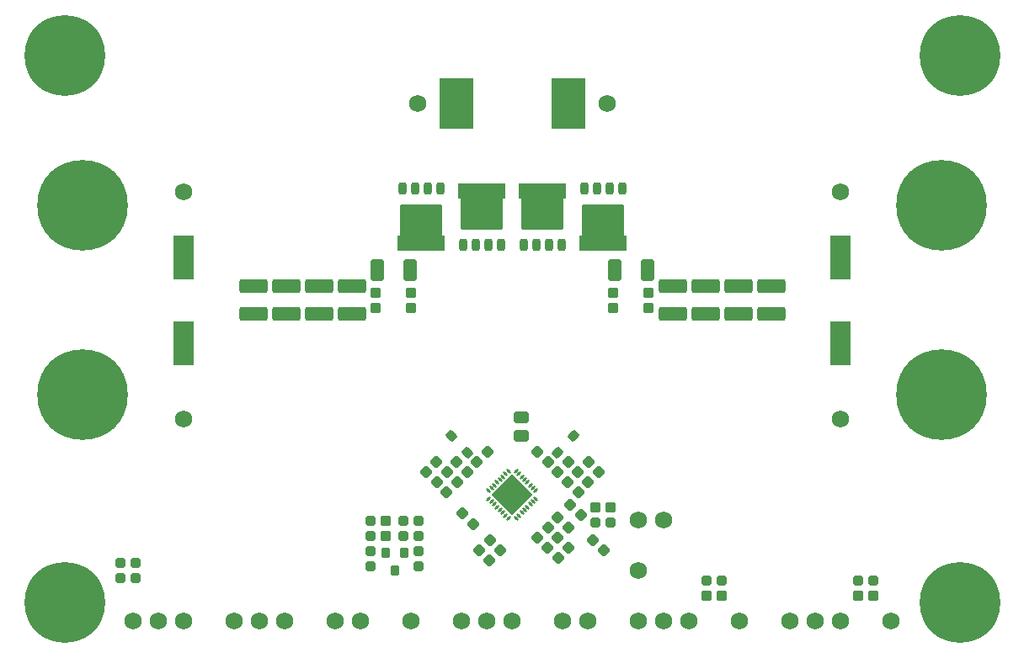
<source format=gts>
G04*
G04 #@! TF.GenerationSoftware,Altium Limited,Altium Designer,23.3.1 (30)*
G04*
G04 Layer_Color=8388736*
%FSLAX44Y44*%
%MOMM*%
G71*
G04*
G04 #@! TF.SameCoordinates,5E62E50F-23D3-44DB-91C1-88114AFB7521*
G04*
G04*
G04 #@! TF.FilePolarity,Negative*
G04*
G01*
G75*
G04:AMPARAMS|DCode=43|XSize=0.8016mm|YSize=1.2516mm|CornerRadius=0.2258mm|HoleSize=0mm|Usage=FLASHONLY|Rotation=180.000|XOffset=0mm|YOffset=0mm|HoleType=Round|Shape=RoundedRectangle|*
%AMROUNDEDRECTD43*
21,1,0.8016,0.8000,0,0,180.0*
21,1,0.3500,1.2516,0,0,180.0*
1,1,0.4516,-0.1750,0.4000*
1,1,0.4516,0.1750,0.4000*
1,1,0.4516,0.1750,-0.4000*
1,1,0.4516,-0.1750,-0.4000*
%
%ADD43ROUNDEDRECTD43*%
G04:AMPARAMS|DCode=44|XSize=4.8016mm|YSize=1.6016mm|CornerRadius=0.2008mm|HoleSize=0mm|Usage=FLASHONLY|Rotation=180.000|XOffset=0mm|YOffset=0mm|HoleType=Round|Shape=RoundedRectangle|*
%AMROUNDEDRECTD44*
21,1,4.8016,1.2000,0,0,180.0*
21,1,4.4000,1.6016,0,0,180.0*
1,1,0.4016,-2.2000,0.6000*
1,1,0.4016,2.2000,0.6000*
1,1,0.4016,2.2000,-0.6000*
1,1,0.4016,-2.2000,-0.6000*
%
%ADD44ROUNDEDRECTD44*%
G04:AMPARAMS|DCode=45|XSize=4.3016mm|YSize=3.4016mm|CornerRadius=0.2488mm|HoleSize=0mm|Usage=FLASHONLY|Rotation=180.000|XOffset=0mm|YOffset=0mm|HoleType=Round|Shape=RoundedRectangle|*
%AMROUNDEDRECTD45*
21,1,4.3016,2.9040,0,0,180.0*
21,1,3.8040,3.4016,0,0,180.0*
1,1,0.4976,-1.9020,1.4520*
1,1,0.4976,1.9020,1.4520*
1,1,0.4976,1.9020,-1.4520*
1,1,0.4976,-1.9020,-1.4520*
%
%ADD45ROUNDEDRECTD45*%
G04:AMPARAMS|DCode=46|XSize=0.9906mm|YSize=0.9906mm|CornerRadius=0.1619mm|HoleSize=0mm|Usage=FLASHONLY|Rotation=180.000|XOffset=0mm|YOffset=0mm|HoleType=Round|Shape=RoundedRectangle|*
%AMROUNDEDRECTD46*
21,1,0.9906,0.6668,0,0,180.0*
21,1,0.6668,0.9906,0,0,180.0*
1,1,0.3239,-0.3334,0.3334*
1,1,0.3239,0.3334,0.3334*
1,1,0.3239,0.3334,-0.3334*
1,1,0.3239,-0.3334,-0.3334*
%
%ADD46ROUNDEDRECTD46*%
%ADD47R,2.0016X4.5016*%
G04:AMPARAMS|DCode=48|XSize=0.9906mm|YSize=0.9906mm|CornerRadius=0.1397mm|HoleSize=0mm|Usage=FLASHONLY|Rotation=0.000|XOffset=0mm|YOffset=0mm|HoleType=Round|Shape=RoundedRectangle|*
%AMROUNDEDRECTD48*
21,1,0.9906,0.7112,0,0,0.0*
21,1,0.7112,0.9906,0,0,0.0*
1,1,0.2794,0.3556,-0.3556*
1,1,0.2794,-0.3556,-0.3556*
1,1,0.2794,-0.3556,0.3556*
1,1,0.2794,0.3556,0.3556*
%
%ADD48ROUNDEDRECTD48*%
G04:AMPARAMS|DCode=49|XSize=0.9906mm|YSize=0.9906mm|CornerRadius=0.1619mm|HoleSize=0mm|Usage=FLASHONLY|Rotation=270.000|XOffset=0mm|YOffset=0mm|HoleType=Round|Shape=RoundedRectangle|*
%AMROUNDEDRECTD49*
21,1,0.9906,0.6668,0,0,270.0*
21,1,0.6668,0.9906,0,0,270.0*
1,1,0.3239,-0.3334,-0.3334*
1,1,0.3239,-0.3334,0.3334*
1,1,0.3239,0.3334,0.3334*
1,1,0.3239,0.3334,-0.3334*
%
%ADD49ROUNDEDRECTD49*%
G04:AMPARAMS|DCode=50|XSize=0.9036mm|YSize=1.0736mm|CornerRadius=0.2513mm|HoleSize=0mm|Usage=FLASHONLY|Rotation=0.000|XOffset=0mm|YOffset=0mm|HoleType=Round|Shape=RoundedRectangle|*
%AMROUNDEDRECTD50*
21,1,0.9036,0.5710,0,0,0.0*
21,1,0.4010,1.0736,0,0,0.0*
1,1,0.5026,0.2005,-0.2855*
1,1,0.5026,-0.2005,-0.2855*
1,1,0.5026,-0.2005,0.2855*
1,1,0.5026,0.2005,0.2855*
%
%ADD50ROUNDEDRECTD50*%
G04:AMPARAMS|DCode=51|XSize=1.1811mm|YSize=1.4986mm|CornerRadius=0.1588mm|HoleSize=0mm|Usage=FLASHONLY|Rotation=90.000|XOffset=0mm|YOffset=0mm|HoleType=Round|Shape=RoundedRectangle|*
%AMROUNDEDRECTD51*
21,1,1.1811,1.1811,0,0,90.0*
21,1,0.8636,1.4986,0,0,90.0*
1,1,0.3175,0.5906,0.4318*
1,1,0.3175,0.5906,-0.4318*
1,1,0.3175,-0.5906,-0.4318*
1,1,0.3175,-0.5906,0.4318*
%
%ADD51ROUNDEDRECTD51*%
G04:AMPARAMS|DCode=52|XSize=0.6016mm|YSize=0.3016mm|CornerRadius=0mm|HoleSize=0mm|Usage=FLASHONLY|Rotation=135.000|XOffset=0mm|YOffset=0mm|HoleType=Round|Shape=Round|*
%AMOVALD52*
21,1,0.3000,0.3016,0.0000,0.0000,135.0*
1,1,0.3016,0.1061,-0.1061*
1,1,0.3016,-0.1061,0.1061*
%
%ADD52OVALD52*%

%ADD53P,4.1035X4X360.0*%
G04:AMPARAMS|DCode=54|XSize=0.6016mm|YSize=0.3016mm|CornerRadius=0mm|HoleSize=0mm|Usage=FLASHONLY|Rotation=225.000|XOffset=0mm|YOffset=0mm|HoleType=Round|Shape=Round|*
%AMOVALD54*
21,1,0.3000,0.3016,0.0000,0.0000,225.0*
1,1,0.3016,0.1061,0.1061*
1,1,0.3016,-0.1061,-0.1061*
%
%ADD54OVALD54*%

G04:AMPARAMS|DCode=55|XSize=0.9906mm|YSize=0.9906mm|CornerRadius=0.1397mm|HoleSize=0mm|Usage=FLASHONLY|Rotation=315.000|XOffset=0mm|YOffset=0mm|HoleType=Round|Shape=RoundedRectangle|*
%AMROUNDEDRECTD55*
21,1,0.9906,0.7112,0,0,315.0*
21,1,0.7112,0.9906,0,0,315.0*
1,1,0.2794,0.0000,-0.5029*
1,1,0.2794,-0.5029,0.0000*
1,1,0.2794,0.0000,0.5029*
1,1,0.2794,0.5029,0.0000*
%
%ADD55ROUNDEDRECTD55*%
G04:AMPARAMS|DCode=56|XSize=0.9906mm|YSize=0.9906mm|CornerRadius=0.1619mm|HoleSize=0mm|Usage=FLASHONLY|Rotation=315.000|XOffset=0mm|YOffset=0mm|HoleType=Round|Shape=RoundedRectangle|*
%AMROUNDEDRECTD56*
21,1,0.9906,0.6668,0,0,315.0*
21,1,0.6668,0.9906,0,0,315.0*
1,1,0.3239,0.0000,-0.4715*
1,1,0.3239,-0.4715,0.0000*
1,1,0.3239,0.0000,0.4715*
1,1,0.3239,0.4715,0.0000*
%
%ADD56ROUNDEDRECTD56*%
G04:AMPARAMS|DCode=57|XSize=0.9906mm|YSize=0.9906mm|CornerRadius=0.1619mm|HoleSize=0mm|Usage=FLASHONLY|Rotation=225.000|XOffset=0mm|YOffset=0mm|HoleType=Round|Shape=RoundedRectangle|*
%AMROUNDEDRECTD57*
21,1,0.9906,0.6668,0,0,225.0*
21,1,0.6668,0.9906,0,0,225.0*
1,1,0.3239,-0.4715,0.0000*
1,1,0.3239,0.0000,0.4715*
1,1,0.3239,0.4715,0.0000*
1,1,0.3239,0.0000,-0.4715*
%
%ADD57ROUNDEDRECTD57*%
G04:AMPARAMS|DCode=58|XSize=0.9906mm|YSize=0.9906mm|CornerRadius=0.1397mm|HoleSize=0mm|Usage=FLASHONLY|Rotation=45.000|XOffset=0mm|YOffset=0mm|HoleType=Round|Shape=RoundedRectangle|*
%AMROUNDEDRECTD58*
21,1,0.9906,0.7112,0,0,45.0*
21,1,0.7112,0.9906,0,0,45.0*
1,1,0.2794,0.5029,0.0000*
1,1,0.2794,0.0000,-0.5029*
1,1,0.2794,-0.5029,0.0000*
1,1,0.2794,0.0000,0.5029*
%
%ADD58ROUNDEDRECTD58*%
G04:AMPARAMS|DCode=59|XSize=1.0016mm|YSize=0.9016mm|CornerRadius=0.1508mm|HoleSize=0mm|Usage=FLASHONLY|Rotation=45.000|XOffset=0mm|YOffset=0mm|HoleType=Round|Shape=RoundedRectangle|*
%AMROUNDEDRECTD59*
21,1,1.0016,0.6000,0,0,45.0*
21,1,0.7000,0.9016,0,0,45.0*
1,1,0.3016,0.4596,0.0354*
1,1,0.3016,-0.0354,-0.4596*
1,1,0.3016,-0.4596,-0.0354*
1,1,0.3016,0.0354,0.4596*
%
%ADD59ROUNDEDRECTD59*%
G04:AMPARAMS|DCode=60|XSize=1.0016mm|YSize=0.9016mm|CornerRadius=0.1508mm|HoleSize=0mm|Usage=FLASHONLY|Rotation=135.000|XOffset=0mm|YOffset=0mm|HoleType=Round|Shape=RoundedRectangle|*
%AMROUNDEDRECTD60*
21,1,1.0016,0.6000,0,0,135.0*
21,1,0.7000,0.9016,0,0,135.0*
1,1,0.3016,-0.0354,0.4596*
1,1,0.3016,0.4596,-0.0354*
1,1,0.3016,0.0354,-0.4596*
1,1,0.3016,-0.4596,0.0354*
%
%ADD60ROUNDEDRECTD60*%
G04:AMPARAMS|DCode=61|XSize=0.9906mm|YSize=0.9906mm|CornerRadius=0.1397mm|HoleSize=0mm|Usage=FLASHONLY|Rotation=90.000|XOffset=0mm|YOffset=0mm|HoleType=Round|Shape=RoundedRectangle|*
%AMROUNDEDRECTD61*
21,1,0.9906,0.7112,0,0,90.0*
21,1,0.7112,0.9906,0,0,90.0*
1,1,0.2794,0.3556,0.3556*
1,1,0.2794,0.3556,-0.3556*
1,1,0.2794,-0.3556,-0.3556*
1,1,0.2794,-0.3556,0.3556*
%
%ADD61ROUNDEDRECTD61*%
%ADD62R,3.3516X5.1016*%
G04:AMPARAMS|DCode=63|XSize=2.8016mm|YSize=1.4016mm|CornerRadius=0.2133mm|HoleSize=0mm|Usage=FLASHONLY|Rotation=180.000|XOffset=0mm|YOffset=0mm|HoleType=Round|Shape=RoundedRectangle|*
%AMROUNDEDRECTD63*
21,1,2.8016,0.9750,0,0,180.0*
21,1,2.3750,1.4016,0,0,180.0*
1,1,0.4266,-1.1875,0.4875*
1,1,0.4266,1.1875,0.4875*
1,1,0.4266,1.1875,-0.4875*
1,1,0.4266,-1.1875,-0.4875*
%
%ADD63ROUNDEDRECTD63*%
G04:AMPARAMS|DCode=64|XSize=1.3716mm|YSize=2.1336mm|CornerRadius=0.1778mm|HoleSize=0mm|Usage=FLASHONLY|Rotation=0.000|XOffset=0mm|YOffset=0mm|HoleType=Round|Shape=RoundedRectangle|*
%AMROUNDEDRECTD64*
21,1,1.3716,1.7780,0,0,0.0*
21,1,1.0160,2.1336,0,0,0.0*
1,1,0.3556,0.5080,-0.8890*
1,1,0.3556,-0.5080,-0.8890*
1,1,0.3556,-0.5080,0.8890*
1,1,0.3556,0.5080,0.8890*
%
%ADD64ROUNDEDRECTD64*%
%ADD65C,1.7516*%
%ADD66C,9.1016*%
%ADD67C,8.1016*%
D43*
X464910Y515775D02*
D03*
X477610D02*
D03*
X439510D02*
D03*
X452210D02*
D03*
X525870Y459025D02*
D03*
X538570D02*
D03*
X500470D02*
D03*
X513170D02*
D03*
X574130D02*
D03*
X561430D02*
D03*
X599530D02*
D03*
X586830D02*
D03*
X635090Y515775D02*
D03*
X622390D02*
D03*
X660490D02*
D03*
X647790D02*
D03*
D44*
X458560Y461025D02*
D03*
X519520Y513775D02*
D03*
X580480D02*
D03*
X641440Y461025D02*
D03*
D45*
X458560Y483025D02*
D03*
X519520Y491775D02*
D03*
X580480D02*
D03*
X641440Y483025D02*
D03*
D46*
X440780Y181330D02*
D03*
X456020D02*
D03*
X456020Y166090D02*
D03*
X440780D02*
D03*
X897980Y121640D02*
D03*
X913220D02*
D03*
X745580D02*
D03*
X760820D02*
D03*
X156300Y139420D02*
D03*
X171540D02*
D03*
X171540Y124180D02*
D03*
X156300D02*
D03*
X649060Y180060D02*
D03*
X633820D02*
D03*
D47*
X880200Y447080D02*
D03*
Y360080D02*
D03*
X219800Y447080D02*
D03*
Y360080D02*
D03*
D48*
X897980Y106400D02*
D03*
X913220D02*
D03*
X745580D02*
D03*
X760820D02*
D03*
X649060Y195300D02*
D03*
X633820D02*
D03*
D49*
X407760Y135610D02*
D03*
Y150850D02*
D03*
X456020Y150850D02*
D03*
Y135610D02*
D03*
X407760Y166090D02*
D03*
Y181330D02*
D03*
D50*
X431890Y131840D02*
D03*
X422390Y149540D02*
D03*
X441390D02*
D03*
D51*
X558890Y267370D02*
D03*
Y285790D02*
D03*
D52*
X568031Y198454D02*
D03*
X546111Y231688D02*
D03*
X573688Y204111D02*
D03*
X570860Y201283D02*
D03*
X565203Y195626D02*
D03*
X562374Y192797D02*
D03*
X559546Y189969D02*
D03*
X556717Y187140D02*
D03*
X553889Y184312D02*
D03*
X531969Y217546D02*
D03*
X543283Y228860D02*
D03*
X540454Y226031D02*
D03*
X537626Y223203D02*
D03*
X529140Y214718D02*
D03*
X526312Y211889D02*
D03*
X534797Y220374D02*
D03*
D53*
X550000Y208000D02*
D03*
D54*
X553889Y231688D02*
D03*
X556717Y228860D02*
D03*
X559546Y226031D02*
D03*
X562374Y223203D02*
D03*
X565203Y220374D02*
D03*
X568031Y217546D02*
D03*
X570860Y214718D02*
D03*
X573688Y211889D02*
D03*
X546111Y184312D02*
D03*
X543282Y187140D02*
D03*
X540454Y189969D02*
D03*
X537626Y192797D02*
D03*
X534797Y195626D02*
D03*
X531969Y198454D02*
D03*
X529140Y201283D02*
D03*
X526312Y204111D02*
D03*
D55*
X605572Y221008D02*
D03*
X616348Y210232D02*
D03*
X585252Y154968D02*
D03*
X596028Y144192D02*
D03*
X585868Y240712D02*
D03*
X575092Y251488D02*
D03*
X493812Y241328D02*
D03*
X504588Y230552D02*
D03*
D56*
X608112Y198148D02*
D03*
X618888Y187372D02*
D03*
X606188Y174672D02*
D03*
X595412Y185448D02*
D03*
X630972Y162588D02*
D03*
X641748Y151812D02*
D03*
X606188Y154352D02*
D03*
X595412Y165128D02*
D03*
X484268Y230552D02*
D03*
X473492Y241328D02*
D03*
X474108Y220392D02*
D03*
X463332Y231168D02*
D03*
X510938Y178482D02*
D03*
X500162Y189258D02*
D03*
D57*
X636668Y231168D02*
D03*
X625892Y220392D02*
D03*
X626508Y241328D02*
D03*
X615732Y230552D02*
D03*
X527448Y162588D02*
D03*
X516672Y151812D02*
D03*
X537608Y152428D02*
D03*
X526832Y141652D02*
D03*
D58*
X575092Y164512D02*
D03*
X585868Y175288D02*
D03*
X606188Y241328D02*
D03*
X595412Y230552D02*
D03*
X524908Y251488D02*
D03*
X514132Y240712D02*
D03*
X483652Y210232D02*
D03*
X494428Y221008D02*
D03*
D59*
X611472Y266932D02*
D03*
X595208Y250668D02*
D03*
D60*
X488528Y266932D02*
D03*
X504792Y250668D02*
D03*
D61*
X423000Y166090D02*
D03*
Y181330D02*
D03*
X651600Y395960D02*
D03*
Y411200D02*
D03*
X687160Y395960D02*
D03*
Y411200D02*
D03*
X448400Y395960D02*
D03*
Y411200D02*
D03*
X412840Y395960D02*
D03*
Y411200D02*
D03*
D62*
X493750Y601700D02*
D03*
X606250D02*
D03*
D63*
X289650Y417580D02*
D03*
Y389580D02*
D03*
X355690Y417580D02*
D03*
Y389580D02*
D03*
X711290Y417580D02*
D03*
Y389580D02*
D03*
X744310Y417580D02*
D03*
Y389580D02*
D03*
X810350Y417580D02*
D03*
Y389580D02*
D03*
X777330Y417580D02*
D03*
Y389580D02*
D03*
X322670Y417580D02*
D03*
Y389580D02*
D03*
X388710Y417580D02*
D03*
Y389580D02*
D03*
D64*
X652870Y434060D02*
D03*
X685890D02*
D03*
X414110D02*
D03*
X447130D02*
D03*
D65*
X454750Y601700D02*
D03*
X645250D02*
D03*
X219800Y512800D02*
D03*
X880200D02*
D03*
X219800Y284200D02*
D03*
X880200D02*
D03*
X677000Y131800D02*
D03*
X702400Y182600D02*
D03*
X677000D02*
D03*
X931000Y81000D02*
D03*
X778600D02*
D03*
X550000D02*
D03*
X524600D02*
D03*
X499200D02*
D03*
X626200D02*
D03*
X600800D02*
D03*
X397600D02*
D03*
X372200D02*
D03*
X448400D02*
D03*
X321400D02*
D03*
X296000D02*
D03*
X270600D02*
D03*
X169000D02*
D03*
X194400D02*
D03*
X219800D02*
D03*
X727800D02*
D03*
X702400D02*
D03*
X677000D02*
D03*
X829400D02*
D03*
X854800D02*
D03*
X880200D02*
D03*
D66*
X118200Y308330D02*
D03*
X981800D02*
D03*
X118200Y498830D02*
D03*
X981800D02*
D03*
D67*
X100000Y100000D02*
D03*
X1000000D02*
D03*
X100000Y650000D02*
D03*
X1000000D02*
D03*
M02*

</source>
